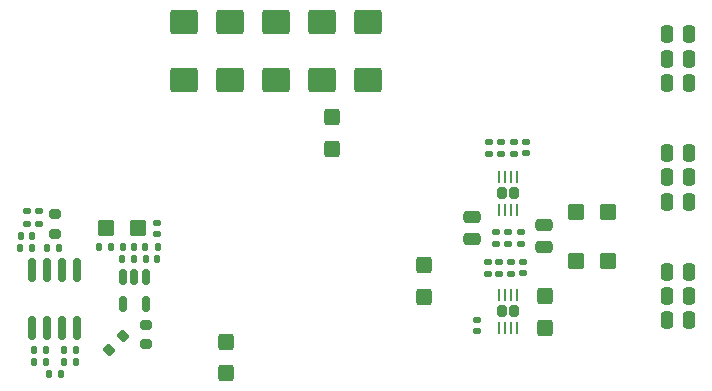
<source format=gbr>
%TF.GenerationSoftware,KiCad,Pcbnew,(6.0.5)*%
%TF.CreationDate,2023-02-17T00:10:57+08:00*%
%TF.ProjectId,EmoeNAP,456d6f65-4e41-4502-9e6b-696361645f70,rev?*%
%TF.SameCoordinates,Original*%
%TF.FileFunction,Paste,Bot*%
%TF.FilePolarity,Positive*%
%FSLAX46Y46*%
G04 Gerber Fmt 4.6, Leading zero omitted, Abs format (unit mm)*
G04 Created by KiCad (PCBNEW (6.0.5)) date 2023-02-17 00:10:57*
%MOMM*%
%LPD*%
G01*
G04 APERTURE LIST*
G04 Aperture macros list*
%AMRoundRect*
0 Rectangle with rounded corners*
0 $1 Rounding radius*
0 $2 $3 $4 $5 $6 $7 $8 $9 X,Y pos of 4 corners*
0 Add a 4 corners polygon primitive as box body*
4,1,4,$2,$3,$4,$5,$6,$7,$8,$9,$2,$3,0*
0 Add four circle primitives for the rounded corners*
1,1,$1+$1,$2,$3*
1,1,$1+$1,$4,$5*
1,1,$1+$1,$6,$7*
1,1,$1+$1,$8,$9*
0 Add four rect primitives between the rounded corners*
20,1,$1+$1,$2,$3,$4,$5,0*
20,1,$1+$1,$4,$5,$6,$7,0*
20,1,$1+$1,$6,$7,$8,$9,0*
20,1,$1+$1,$8,$9,$2,$3,0*%
G04 Aperture macros list end*
%ADD10RoundRect,0.250000X-0.425000X0.450000X-0.425000X-0.450000X0.425000X-0.450000X0.425000X0.450000X0*%
%ADD11RoundRect,0.250000X0.425000X-0.450000X0.425000X0.450000X-0.425000X0.450000X-0.425000X-0.450000X0*%
%ADD12RoundRect,0.250000X0.450000X0.425000X-0.450000X0.425000X-0.450000X-0.425000X0.450000X-0.425000X0*%
%ADD13RoundRect,0.250000X-0.450000X-0.425000X0.450000X-0.425000X0.450000X0.425000X-0.450000X0.425000X0*%
%ADD14RoundRect,0.135000X-0.135000X-0.185000X0.135000X-0.185000X0.135000X0.185000X-0.135000X0.185000X0*%
%ADD15RoundRect,0.140000X-0.170000X0.140000X-0.170000X-0.140000X0.170000X-0.140000X0.170000X0.140000X0*%
%ADD16RoundRect,0.250000X0.250000X0.475000X-0.250000X0.475000X-0.250000X-0.475000X0.250000X-0.475000X0*%
%ADD17RoundRect,0.200000X-0.275000X0.200000X-0.275000X-0.200000X0.275000X-0.200000X0.275000X0.200000X0*%
%ADD18RoundRect,0.140000X-0.140000X-0.170000X0.140000X-0.170000X0.140000X0.170000X-0.140000X0.170000X0*%
%ADD19RoundRect,0.135000X-0.185000X0.135000X-0.185000X-0.135000X0.185000X-0.135000X0.185000X0.135000X0*%
%ADD20RoundRect,0.135000X0.185000X-0.135000X0.185000X0.135000X-0.185000X0.135000X-0.185000X-0.135000X0*%
%ADD21RoundRect,0.250000X-0.475000X0.250000X-0.475000X-0.250000X0.475000X-0.250000X0.475000X0.250000X0*%
%ADD22RoundRect,0.135000X0.135000X0.185000X-0.135000X0.185000X-0.135000X-0.185000X0.135000X-0.185000X0*%
%ADD23RoundRect,0.202500X-0.202500X0.282500X-0.202500X-0.282500X0.202500X-0.282500X0.202500X0.282500X0*%
%ADD24RoundRect,0.062500X-0.062500X0.425000X-0.062500X-0.425000X0.062500X-0.425000X0.062500X0.425000X0*%
%ADD25RoundRect,0.140000X0.170000X-0.140000X0.170000X0.140000X-0.170000X0.140000X-0.170000X-0.140000X0*%
%ADD26RoundRect,0.250000X-0.925000X0.787500X-0.925000X-0.787500X0.925000X-0.787500X0.925000X0.787500X0*%
%ADD27RoundRect,0.140000X0.140000X0.170000X-0.140000X0.170000X-0.140000X-0.170000X0.140000X-0.170000X0*%
%ADD28RoundRect,0.250000X0.475000X-0.250000X0.475000X0.250000X-0.475000X0.250000X-0.475000X-0.250000X0*%
%ADD29RoundRect,0.150000X0.150000X-0.825000X0.150000X0.825000X-0.150000X0.825000X-0.150000X-0.825000X0*%
%ADD30RoundRect,0.150000X-0.150000X0.512500X-0.150000X-0.512500X0.150000X-0.512500X0.150000X0.512500X0*%
%ADD31RoundRect,0.200000X0.275000X-0.200000X0.275000X0.200000X-0.275000X0.200000X-0.275000X-0.200000X0*%
%ADD32RoundRect,0.200000X0.053033X-0.335876X0.335876X-0.053033X-0.053033X0.335876X-0.335876X0.053033X0*%
G04 APERTURE END LIST*
D10*
%TO.C,C64*%
X161900000Y-116900000D03*
X161900000Y-119600000D03*
%TD*%
D11*
%TO.C,C53*%
X151600000Y-116950000D03*
X151600000Y-114250000D03*
%TD*%
D12*
%TO.C,C63*%
X167175000Y-113900000D03*
X164475000Y-113900000D03*
%TD*%
D13*
%TO.C,C52*%
X164475000Y-109820890D03*
X167175000Y-109820890D03*
%TD*%
D14*
%TO.C,R46*%
X118565000Y-121450000D03*
X119585000Y-121450000D03*
%TD*%
D15*
%TO.C,C59*%
X160000000Y-114026203D03*
X160000000Y-114986203D03*
%TD*%
D16*
%TO.C,C10*%
X174100000Y-118950000D03*
X172200000Y-118950000D03*
%TD*%
D17*
%TO.C,RISO7*%
X128050000Y-119325000D03*
X128050000Y-120975000D03*
%TD*%
D18*
%TO.C,C73*%
X128070000Y-113750000D03*
X129030000Y-113750000D03*
%TD*%
D19*
%TO.C,R10*%
X159800001Y-111475560D03*
X159800001Y-112495560D03*
%TD*%
%TO.C,R2*%
X159000000Y-114001406D03*
X159000000Y-115021406D03*
%TD*%
D20*
%TO.C,R1*%
X157100000Y-104845560D03*
X157100000Y-103825560D03*
%TD*%
%TO.C,R4*%
X158000000Y-115021406D03*
X158000000Y-114001406D03*
%TD*%
D18*
%TO.C,C72*%
X126120000Y-112750000D03*
X127080000Y-112750000D03*
%TD*%
D21*
%TO.C,C3*%
X161750000Y-110850000D03*
X161750000Y-112750000D03*
%TD*%
D22*
%TO.C,R53*%
X125160000Y-112750000D03*
X124140000Y-112750000D03*
%TD*%
D14*
%TO.C,R49*%
X117430000Y-112850000D03*
X118450000Y-112850000D03*
%TD*%
D16*
%TO.C,C9*%
X174100000Y-116900000D03*
X172200000Y-116900000D03*
%TD*%
%TO.C,C8*%
X174100000Y-114850000D03*
X172200000Y-114850000D03*
%TD*%
D23*
%TO.C,U3*%
X159250000Y-118199906D03*
X158250000Y-118199906D03*
D24*
X158000000Y-116812406D03*
X158500000Y-116812406D03*
X159000000Y-116812406D03*
X159500000Y-116812406D03*
X159500000Y-119587406D03*
X159000000Y-119587406D03*
X158500000Y-119587406D03*
X158000000Y-119587406D03*
%TD*%
D20*
%TO.C,R11*%
X159200000Y-104845561D03*
X159200000Y-103825561D03*
%TD*%
D25*
%TO.C,C48*%
X156150000Y-119879906D03*
X156150000Y-118919906D03*
%TD*%
D14*
%TO.C,R45*%
X119890000Y-123500000D03*
X120910000Y-123500000D03*
%TD*%
D26*
%TO.C,C11*%
X131300093Y-93674906D03*
X131300093Y-98599906D03*
%TD*%
D18*
%TO.C,C69*%
X119720000Y-112850000D03*
X120680000Y-112850000D03*
%TD*%
D27*
%TO.C,C66*%
X119580000Y-122450000D03*
X118620000Y-122450000D03*
%TD*%
D28*
%TO.C,C2*%
X155650000Y-112099906D03*
X155650000Y-110199906D03*
%TD*%
D29*
%TO.C,U9*%
X122255000Y-119625000D03*
X120985000Y-119625000D03*
X119715000Y-119625000D03*
X118445000Y-119625000D03*
X118445000Y-114675000D03*
X119715000Y-114675000D03*
X120985000Y-114675000D03*
X122255000Y-114675000D03*
%TD*%
D30*
%TO.C,U12*%
X126150000Y-115312500D03*
X127100000Y-115312500D03*
X128050000Y-115312500D03*
X128050000Y-117587500D03*
X126150000Y-117587500D03*
%TD*%
D16*
%TO.C,C32*%
X174088096Y-108900000D03*
X172188096Y-108900000D03*
%TD*%
D15*
%TO.C,C70*%
X129000000Y-110720000D03*
X129000000Y-111680000D03*
%TD*%
D26*
%TO.C,C18*%
X143000093Y-93674906D03*
X143000093Y-98599906D03*
%TD*%
D20*
%TO.C,R48*%
X118000000Y-110760000D03*
X118000000Y-109740000D03*
%TD*%
D16*
%TO.C,C27*%
X174088096Y-96799999D03*
X172188096Y-96799999D03*
%TD*%
D22*
%TO.C,R47*%
X122160000Y-122450000D03*
X121140000Y-122450000D03*
%TD*%
D16*
%TO.C,C29*%
X174088096Y-98849999D03*
X172188096Y-98849999D03*
%TD*%
D13*
%TO.C,C65*%
X124700000Y-111100000D03*
X127400000Y-111100000D03*
%TD*%
D18*
%TO.C,C67*%
X121170000Y-121450000D03*
X122130000Y-121450000D03*
%TD*%
D31*
%TO.C,RISO6*%
X120350000Y-111625000D03*
X120350000Y-109975000D03*
%TD*%
D16*
%TO.C,C36*%
X174088097Y-104800000D03*
X172188097Y-104800000D03*
%TD*%
D23*
%TO.C,U2*%
X159250000Y-108185560D03*
X158250000Y-108185560D03*
D24*
X158000000Y-106798060D03*
X158500000Y-106798060D03*
X159000000Y-106798060D03*
X159500000Y-106798060D03*
X159500000Y-109573060D03*
X159000000Y-109573060D03*
X158500000Y-109573060D03*
X158000000Y-109573060D03*
%TD*%
D15*
%TO.C,C47*%
X157750000Y-111505560D03*
X157750000Y-112465560D03*
%TD*%
D26*
%TO.C,C20*%
X146900092Y-93674906D03*
X146900092Y-98599906D03*
%TD*%
%TO.C,C12*%
X135200093Y-93674906D03*
X135200093Y-98599906D03*
%TD*%
D19*
%TO.C,R50*%
X119050000Y-109740000D03*
X119050000Y-110760000D03*
%TD*%
D15*
%TO.C,C58*%
X160250000Y-103855560D03*
X160250000Y-104815560D03*
%TD*%
D16*
%TO.C,C25*%
X174088096Y-94749999D03*
X172188096Y-94749999D03*
%TD*%
D11*
%TO.C,C51*%
X143850000Y-104450000D03*
X143850000Y-101750000D03*
%TD*%
D27*
%TO.C,C68*%
X118430000Y-111850000D03*
X117470000Y-111850000D03*
%TD*%
D22*
%TO.C,R54*%
X127110000Y-113750000D03*
X126090000Y-113750000D03*
%TD*%
D10*
%TO.C,C50*%
X134850000Y-120750000D03*
X134850000Y-123450000D03*
%TD*%
D16*
%TO.C,C35*%
X174088096Y-106849999D03*
X172188096Y-106849999D03*
%TD*%
D19*
%TO.C,R5*%
X157000000Y-114001406D03*
X157000000Y-115021406D03*
%TD*%
D32*
%TO.C,RISO5*%
X124950000Y-121450000D03*
X126116726Y-120283274D03*
%TD*%
D19*
%TO.C,R7*%
X158750000Y-111475561D03*
X158750000Y-112495561D03*
%TD*%
%TO.C,R8*%
X158150000Y-103825561D03*
X158150000Y-104845561D03*
%TD*%
D26*
%TO.C,C15*%
X139100094Y-93674906D03*
X139100094Y-98599906D03*
%TD*%
D22*
%TO.C,R55*%
X129060000Y-112750000D03*
X128040000Y-112750000D03*
%TD*%
M02*

</source>
